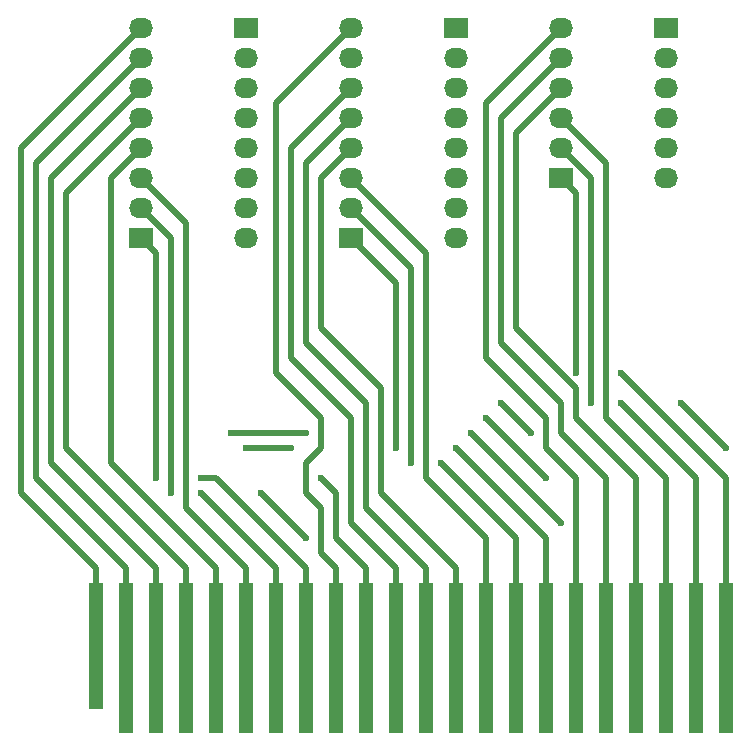
<source format=gtl>
G04 #@! TF.FileFunction,Copper,L1,Top,Signal*
%FSLAX46Y46*%
G04 Gerber Fmt 4.6, Leading zero omitted, Abs format (unit mm)*
G04 Created by KiCad (PCBNEW 4.0.5+dfsg1-2) date Thu Jan 19 16:30:09 2017*
%MOMM*%
%LPD*%
G01*
G04 APERTURE LIST*
%ADD10C,0.100000*%
%ADD11R,2.032000X1.727200*%
%ADD12O,2.032000X1.727200*%
%ADD13R,1.270000X10.700000*%
%ADD14R,1.270000X12.700000*%
%ADD15C,0.600000*%
%ADD16C,0.500000*%
G04 APERTURE END LIST*
D10*
D11*
X80010000Y-85090000D03*
D12*
X80010000Y-82550000D03*
X80010000Y-80010000D03*
X80010000Y-77470000D03*
X80010000Y-74930000D03*
X80010000Y-72390000D03*
X80010000Y-69850000D03*
X80010000Y-67310000D03*
D11*
X97790000Y-85090000D03*
D12*
X97790000Y-82550000D03*
X97790000Y-80010000D03*
X97790000Y-77470000D03*
X97790000Y-74930000D03*
X97790000Y-72390000D03*
X97790000Y-69850000D03*
X97790000Y-67310000D03*
D11*
X115570000Y-80010000D03*
D12*
X115570000Y-77470000D03*
X115570000Y-74930000D03*
X115570000Y-72390000D03*
X115570000Y-69850000D03*
X115570000Y-67310000D03*
D11*
X124460000Y-67310000D03*
D12*
X124460000Y-69850000D03*
X124460000Y-72390000D03*
X124460000Y-74930000D03*
X124460000Y-77470000D03*
X124460000Y-80010000D03*
D11*
X106680000Y-67310000D03*
D12*
X106680000Y-69850000D03*
X106680000Y-72390000D03*
X106680000Y-74930000D03*
X106680000Y-77470000D03*
X106680000Y-80010000D03*
X106680000Y-82550000D03*
X106680000Y-85090000D03*
D11*
X88900000Y-67310000D03*
D12*
X88900000Y-69850000D03*
X88900000Y-72390000D03*
X88900000Y-74930000D03*
X88900000Y-77470000D03*
X88900000Y-80010000D03*
X88900000Y-82550000D03*
X88900000Y-85090000D03*
D13*
X76200000Y-119650000D03*
D14*
X78740000Y-120650000D03*
X81280000Y-120650000D03*
X83820000Y-120650000D03*
X86360000Y-120650000D03*
X88900000Y-120650000D03*
X91440000Y-120650000D03*
X93980000Y-120650000D03*
X96520000Y-120650000D03*
X99060000Y-120650000D03*
X101600000Y-120650000D03*
X104140000Y-120650000D03*
X106680000Y-120650000D03*
X109220000Y-120650000D03*
X111760000Y-120650000D03*
X114300000Y-120650000D03*
X116840000Y-120650000D03*
X119380000Y-120650000D03*
X121920000Y-120650000D03*
X124460000Y-120650000D03*
X127000000Y-120650000D03*
X129540000Y-120650000D03*
D15*
X82550000Y-106680000D03*
X85090000Y-106680000D03*
X85090000Y-105410000D03*
X81280000Y-105410000D03*
X102870000Y-104140000D03*
X105410000Y-104140000D03*
X101600000Y-102870000D03*
X106680000Y-102870000D03*
X118110000Y-99060000D03*
X120650000Y-99060000D03*
X116840000Y-96520000D03*
X120650000Y-96520000D03*
X93980000Y-101600000D03*
X87630000Y-101600000D03*
X92710000Y-102870000D03*
X88900000Y-102870000D03*
X90170000Y-106680000D03*
X93980000Y-110490000D03*
X110490000Y-99060000D03*
X113030000Y-101600000D03*
X109220000Y-100330000D03*
X114300000Y-105410000D03*
X107950000Y-101600000D03*
X115570000Y-109220000D03*
X125730000Y-99060000D03*
X129540000Y-102870000D03*
X95250000Y-105410000D03*
D16*
X81280000Y-120650000D02*
X81280000Y-113030000D01*
X72390000Y-80010000D02*
X80010000Y-72390000D01*
X72390000Y-104140000D02*
X72390000Y-80010000D01*
X81280000Y-113030000D02*
X72390000Y-104140000D01*
X78740000Y-120650000D02*
X78740000Y-113030000D01*
X71120000Y-78740000D02*
X80010000Y-69850000D01*
X71120000Y-105410000D02*
X71120000Y-78740000D01*
X78740000Y-113030000D02*
X71120000Y-105410000D01*
X76200000Y-120650000D02*
X76200000Y-113030000D01*
X69850000Y-77470000D02*
X80010000Y-67310000D01*
X69850000Y-106680000D02*
X69850000Y-77470000D01*
X76200000Y-113030000D02*
X69850000Y-106680000D01*
X83820000Y-120650000D02*
X83820000Y-113030000D01*
X73660000Y-81280000D02*
X80010000Y-74930000D01*
X73660000Y-102870000D02*
X73660000Y-81280000D01*
X83820000Y-113030000D02*
X73660000Y-102870000D01*
X77470000Y-80010000D02*
X80010000Y-77470000D01*
X77470000Y-104140000D02*
X77470000Y-80010000D01*
X86360000Y-113030000D02*
X77470000Y-104140000D01*
X86360000Y-120650000D02*
X86360000Y-113030000D01*
X80010000Y-80010000D02*
X83820000Y-83820000D01*
X88900000Y-113030000D02*
X88900000Y-120650000D01*
X83820000Y-107950000D02*
X88900000Y-113030000D01*
X83820000Y-83820000D02*
X83820000Y-107950000D01*
X91440000Y-120650000D02*
X91440000Y-113030000D01*
X82550000Y-85090000D02*
X80010000Y-82550000D01*
X82550000Y-106680000D02*
X82550000Y-85090000D01*
X91440000Y-113030000D02*
X85090000Y-106680000D01*
X85090000Y-105410000D02*
X86360000Y-105410000D01*
X81280000Y-105410000D02*
X81280000Y-86360000D01*
X80010000Y-85090000D02*
X81280000Y-86360000D01*
X93980000Y-113030000D02*
X93980000Y-120650000D01*
X86360000Y-105410000D02*
X93980000Y-113030000D01*
X93980000Y-114300000D02*
X93980000Y-120650000D01*
X97790000Y-67310000D02*
X91440000Y-73660000D01*
X96520000Y-113030000D02*
X96520000Y-120650000D01*
X91440000Y-96520000D02*
X91440000Y-73660000D01*
X95250000Y-111760000D02*
X96520000Y-113030000D01*
X95250000Y-107950000D02*
X95250000Y-111760000D01*
X93980000Y-106680000D02*
X95250000Y-107950000D01*
X95250000Y-100330000D02*
X95250000Y-102870000D01*
X95250000Y-100330000D02*
X91440000Y-96520000D01*
X93980000Y-104140000D02*
X93980000Y-106680000D01*
X95250000Y-102870000D02*
X93980000Y-104140000D01*
X101600000Y-120650000D02*
X101600000Y-113030000D01*
X92710000Y-77470000D02*
X97790000Y-72390000D01*
X92710000Y-95250000D02*
X92710000Y-77470000D01*
X97790000Y-100330000D02*
X92710000Y-95250000D01*
X97790000Y-109220000D02*
X97790000Y-100330000D01*
X101600000Y-113030000D02*
X97790000Y-109220000D01*
X104140000Y-120650000D02*
X104140000Y-113030000D01*
X93980000Y-78740000D02*
X97790000Y-74930000D01*
X93980000Y-93980000D02*
X93980000Y-78740000D01*
X99060000Y-99060000D02*
X93980000Y-93980000D01*
X99060000Y-107950000D02*
X99060000Y-99060000D01*
X104140000Y-113030000D02*
X99060000Y-107950000D01*
X95250000Y-80010000D02*
X97790000Y-77470000D01*
X95250000Y-92710000D02*
X95250000Y-80010000D01*
X100330000Y-97790000D02*
X95250000Y-92710000D01*
X100330000Y-106680000D02*
X100330000Y-97790000D01*
X106680000Y-120650000D02*
X106680000Y-113030000D01*
X106680000Y-113030000D02*
X100330000Y-106680000D01*
X104140000Y-86360000D02*
X97790000Y-80010000D01*
X104140000Y-105410000D02*
X104140000Y-86360000D01*
X109220000Y-110490000D02*
X104140000Y-105410000D01*
X109220000Y-120650000D02*
X109220000Y-110490000D01*
X111760000Y-120650000D02*
X111760000Y-110490000D01*
X102870000Y-87630000D02*
X97790000Y-82550000D01*
X102870000Y-104140000D02*
X102870000Y-87630000D01*
X105410000Y-104140000D02*
X105410000Y-104140000D01*
X111760000Y-110490000D02*
X105410000Y-104140000D01*
X101600000Y-88900000D02*
X97790000Y-85090000D01*
X101600000Y-102870000D02*
X101600000Y-88900000D01*
X106680000Y-102870000D02*
X106680000Y-102870000D01*
X114300000Y-110490000D02*
X106680000Y-102870000D01*
X114300000Y-120650000D02*
X114300000Y-110490000D01*
X115570000Y-67310000D02*
X109220000Y-73660000D01*
X116840000Y-105410000D02*
X116840000Y-120650000D01*
X114300000Y-102870000D02*
X116840000Y-105410000D01*
X114300000Y-100330000D02*
X114300000Y-102870000D01*
X109220000Y-95250000D02*
X114300000Y-100330000D01*
X109220000Y-73660000D02*
X109220000Y-95250000D01*
X115570000Y-99060000D02*
X115570000Y-101600000D01*
X115570000Y-99060000D02*
X110490000Y-93980000D01*
X110490000Y-93980000D02*
X110490000Y-74930000D01*
X115570000Y-69850000D02*
X110490000Y-74930000D01*
X119380000Y-105410000D02*
X119380000Y-120650000D01*
X115570000Y-101600000D02*
X119380000Y-105410000D01*
X116840000Y-97790000D02*
X111760000Y-92710000D01*
X111760000Y-92710000D02*
X111760000Y-76200000D01*
X115570000Y-72390000D02*
X111760000Y-76200000D01*
X116840000Y-97790000D02*
X116840000Y-100330000D01*
X116840000Y-100330000D02*
X119380000Y-102870000D01*
X121920000Y-105410000D02*
X121920000Y-120650000D01*
X119380000Y-102870000D02*
X121920000Y-105410000D01*
X119380000Y-78740000D02*
X115570000Y-74930000D01*
X119380000Y-100330000D02*
X119380000Y-78740000D01*
X124460000Y-105410000D02*
X119380000Y-100330000D01*
X124460000Y-120650000D02*
X124460000Y-105410000D01*
X118110000Y-80010000D02*
X115570000Y-77470000D01*
X118110000Y-99060000D02*
X118110000Y-80010000D01*
X127000000Y-105410000D02*
X120650000Y-99060000D01*
X127000000Y-120650000D02*
X127000000Y-105410000D01*
X129540000Y-120650000D02*
X129540000Y-105410000D01*
X116840000Y-81280000D02*
X115570000Y-80010000D01*
X116840000Y-96520000D02*
X116840000Y-81280000D01*
X129540000Y-105410000D02*
X120650000Y-96520000D01*
X87630000Y-101600000D02*
X93980000Y-101600000D01*
X88900000Y-102870000D02*
X92710000Y-102870000D01*
X93980000Y-110490000D02*
X90170000Y-106680000D01*
X113030000Y-101600000D02*
X110490000Y-99060000D01*
X114300000Y-105410000D02*
X109220000Y-100330000D01*
X115570000Y-109220000D02*
X107950000Y-101600000D01*
X129540000Y-102870000D02*
X125730000Y-99060000D01*
X96520000Y-110490000D02*
X96520000Y-106680000D01*
X96520000Y-106680000D02*
X95250000Y-105410000D01*
X99060000Y-113030000D02*
X96520000Y-110490000D01*
X99060000Y-120650000D02*
X99060000Y-113030000D01*
M02*

</source>
